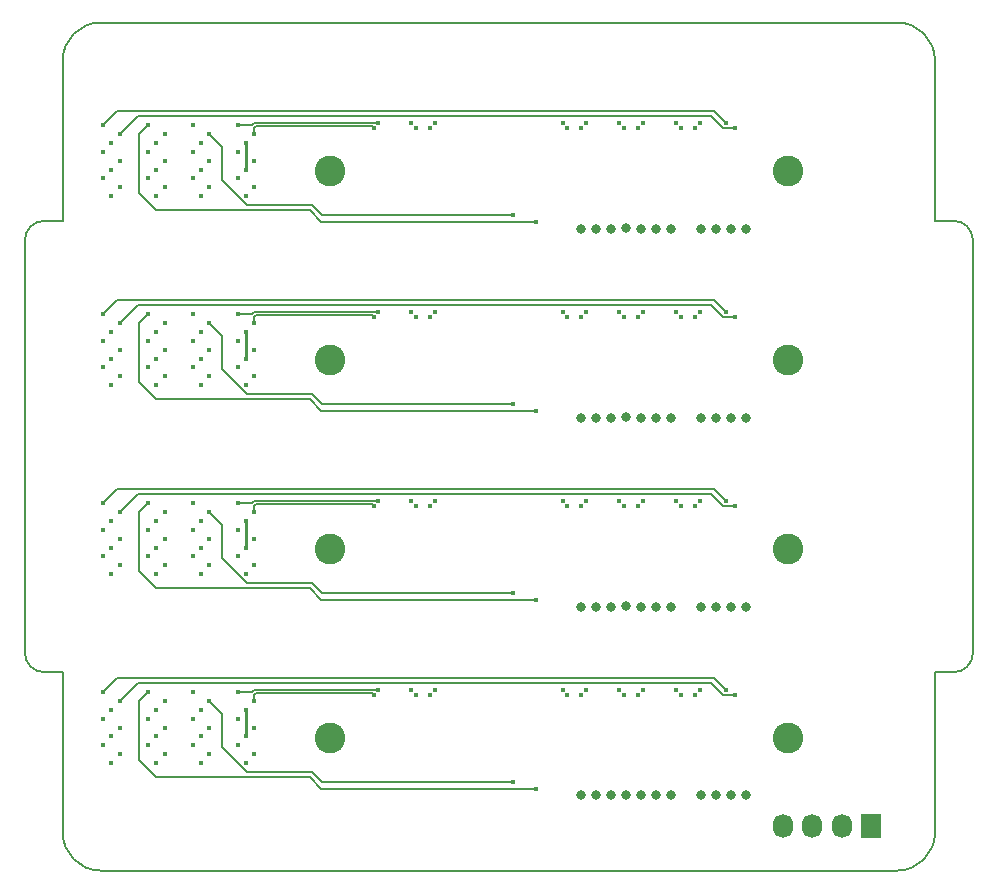
<source format=gbr>
%TF.GenerationSoftware,KiCad,Pcbnew,5.0.1-33cea8e~68~ubuntu18.10.1*%
%TF.CreationDate,2018-11-16T15:20:41-07:00*%
%TF.ProjectId,thelio-io-sas,7468656C696F2D696F2D7361732E6B69,rev?*%
%TF.SameCoordinates,Original*%
%TF.FileFunction,Copper,L4,Bot,Signal*%
%TF.FilePolarity,Positive*%
%FSLAX46Y46*%
G04 Gerber Fmt 4.6, Leading zero omitted, Abs format (unit mm)*
G04 Created by KiCad (PCBNEW 5.0.1-33cea8e~68~ubuntu18.10.1) date Fri Nov 16 15:20:41 2018*
%MOMM*%
%LPD*%
G01*
G04 APERTURE LIST*
%TA.AperFunction,NonConductor*%
%ADD10C,0.200000*%
%TD*%
%TA.AperFunction,NonConductor*%
%ADD11C,0.150000*%
%TD*%
%TA.AperFunction,WasherPad*%
%ADD12C,2.600000*%
%TD*%
%TA.AperFunction,ComponentPad*%
%ADD13C,0.370000*%
%TD*%
%TA.AperFunction,ComponentPad*%
%ADD14O,1.730000X2.030000*%
%TD*%
%TA.AperFunction,ComponentPad*%
%ADD15R,1.730000X2.030000*%
%TD*%
%TA.AperFunction,ViaPad*%
%ADD16C,0.800000*%
%TD*%
%TA.AperFunction,ViaPad*%
%ADD17C,0.400000*%
%TD*%
%TA.AperFunction,Conductor*%
%ADD18C,0.250000*%
%TD*%
%TA.AperFunction,Conductor*%
%ADD19C,0.127000*%
%TD*%
G04 APERTURE END LIST*
D10*
X77050000Y-18400000D02*
X77050000Y-53400000D01*
X75450000Y-16800000D02*
G75*
G02X77050000Y-18400000I0J-1600000D01*
G01*
X73850000Y-16800000D02*
X75450000Y-16800000D01*
X73850000Y-55000000D02*
X75450000Y-55000000D01*
X77050000Y-53400000D02*
G75*
G02X75450000Y-55000000I-1600000J0D01*
G01*
X70650000Y0D02*
G75*
G02X73850000Y-3200000I0J-3200000D01*
G01*
D11*
X73850000Y-68600000D02*
G75*
G02X70650000Y-71800000I-3200000J0D01*
G01*
D10*
X73850000Y-16800000D02*
X73850000Y-3200000D01*
X73850000Y-55000000D02*
X73850000Y-68600000D01*
X-3200000Y-18400000D02*
G75*
G02X-1600000Y-16800000I1600000J0D01*
G01*
X0Y-16800000D02*
X-1600000Y-16800000D01*
X0Y-55000000D02*
X-1600000Y-55000000D01*
X-1600000Y-55000000D02*
G75*
G02X-3200000Y-53400000I0J1600000D01*
G01*
X-3200000Y-53400000D02*
X-3200000Y-18400000D01*
X0Y-16800000D02*
X0Y-3200000D01*
X0Y-55000000D02*
X0Y-68600000D01*
X3200000Y0D02*
X70650000Y0D01*
X0Y-3200000D02*
G75*
G02X3200000Y0I3200000J0D01*
G01*
X70650000Y-71800000D02*
X3200000Y-71800000D01*
X3200000Y-71800000D02*
G75*
G02X0Y-68600000I0J3200000D01*
G01*
D12*
%TO.P,U2_3,*%
%TO.N,*%
X22635000Y-60560000D03*
X61365000Y-60560000D03*
%TD*%
D13*
%TO.P,SAS3,D7*%
%TO.N,/sas3/R2+*%
X3420000Y-61200000D03*
%TO.P,SAS3,D8*%
%TO.N,/sas3/R2-*%
X4820000Y-61950000D03*
%TO.P,SAS3,D5*%
%TO.N,/sas3/R0-*%
X4820000Y-59700000D03*
%TO.P,SAS3,D3*%
%TO.N,GND*%
X4120000Y-58200000D03*
%TO.P,SAS3,D9*%
X4120000Y-62700000D03*
%TO.P,SAS3,D4*%
%TO.N,/sas3/R0+*%
X3420000Y-58950000D03*
%TO.P,SAS3,D1*%
%TO.N,/sas3/SCLK*%
X3420000Y-56700000D03*
%TO.P,SAS3,D6*%
%TO.N,GND*%
X4120000Y-60450000D03*
%TO.P,SAS3,D2*%
%TO.N,/sas3/SDAT*%
X4820000Y-57450000D03*
%TO.P,SAS3,C7*%
%TO.N,/sas3/R3+*%
X7220000Y-61200000D03*
%TO.P,SAS3,C8*%
%TO.N,/sas3/R3-*%
X8620000Y-61950000D03*
%TO.P,SAS3,C5*%
%TO.N,/sas3/R1-*%
X8620000Y-59700000D03*
%TO.P,SAS3,C3*%
%TO.N,GND*%
X7920000Y-58200000D03*
%TO.P,SAS3,C9*%
X7920000Y-62700000D03*
%TO.P,SAS3,C4*%
%TO.N,/sas3/R1+*%
X7220000Y-58950000D03*
%TO.P,SAS3,C1*%
%TO.N,/sas3/WAKE*%
X7220000Y-56700000D03*
%TO.P,SAS3,C6*%
%TO.N,GND*%
X7920000Y-60450000D03*
%TO.P,SAS3,C2*%
%TO.N,Net-(SAS3-PadC2)*%
X8620000Y-57450000D03*
%TO.P,SAS3,B7*%
%TO.N,/sas3/T2+*%
X11020000Y-61200000D03*
%TO.P,SAS3,B8*%
%TO.N,/sas3/T2-*%
X12420000Y-61950000D03*
%TO.P,SAS3,B5*%
%TO.N,/sas3/T0-*%
X12420000Y-59700000D03*
%TO.P,SAS3,B3*%
%TO.N,GND*%
X11720000Y-58200000D03*
%TO.P,SAS3,B9*%
X11720000Y-62700000D03*
%TO.P,SAS3,B4*%
%TO.N,/sas3/T0+*%
X11020000Y-58950000D03*
%TO.P,SAS3,B1*%
%TO.N,Net-(SAS3-PadB1)*%
X11020000Y-56700000D03*
%TO.P,SAS3,B6*%
%TO.N,GND*%
X11720000Y-60450000D03*
%TO.P,SAS3,B2*%
%TO.N,/sas3/RST*%
X12420000Y-57450000D03*
%TO.P,SAS3,A8*%
%TO.N,/sas3/T3-*%
X16220000Y-61950000D03*
%TO.P,SAS3,A9*%
%TO.N,GND*%
X15520000Y-62700000D03*
%TO.P,SAS3,A6*%
X15520000Y-60450000D03*
%TO.P,SAS3,A7*%
%TO.N,/sas3/T3+*%
X14820000Y-61200000D03*
%TO.P,SAS3,A5*%
%TO.N,/sas3/T1-*%
X16220000Y-59700000D03*
%TO.P,SAS3,A1*%
%TO.N,/sas3/CLK-*%
X14820000Y-56700000D03*
%TO.P,SAS3,A2*%
%TO.N,/sas3/CLK+*%
X16220000Y-57450000D03*
%TO.P,SAS3,A3*%
%TO.N,GND*%
X15520000Y-58200000D03*
%TO.P,SAS3,A4*%
%TO.N,/sas3/T1+*%
X14820000Y-58950000D03*
%TD*%
D12*
%TO.P,U2_2,*%
%TO.N,*%
X22635000Y-44560000D03*
X61365000Y-44560000D03*
%TD*%
D13*
%TO.P,SAS2,D7*%
%TO.N,/sas2/R2+*%
X3420000Y-45200000D03*
%TO.P,SAS2,D8*%
%TO.N,/sas2/R2-*%
X4820000Y-45950000D03*
%TO.P,SAS2,D5*%
%TO.N,/sas2/R0-*%
X4820000Y-43700000D03*
%TO.P,SAS2,D3*%
%TO.N,GND*%
X4120000Y-42200000D03*
%TO.P,SAS2,D9*%
X4120000Y-46700000D03*
%TO.P,SAS2,D4*%
%TO.N,/sas2/R0+*%
X3420000Y-42950000D03*
%TO.P,SAS2,D1*%
%TO.N,/sas2/SCLK*%
X3420000Y-40700000D03*
%TO.P,SAS2,D6*%
%TO.N,GND*%
X4120000Y-44450000D03*
%TO.P,SAS2,D2*%
%TO.N,/sas2/SDAT*%
X4820000Y-41450000D03*
%TO.P,SAS2,C7*%
%TO.N,/sas2/R3+*%
X7220000Y-45200000D03*
%TO.P,SAS2,C8*%
%TO.N,/sas2/R3-*%
X8620000Y-45950000D03*
%TO.P,SAS2,C5*%
%TO.N,/sas2/R1-*%
X8620000Y-43700000D03*
%TO.P,SAS2,C3*%
%TO.N,GND*%
X7920000Y-42200000D03*
%TO.P,SAS2,C9*%
X7920000Y-46700000D03*
%TO.P,SAS2,C4*%
%TO.N,/sas2/R1+*%
X7220000Y-42950000D03*
%TO.P,SAS2,C1*%
%TO.N,/sas2/WAKE*%
X7220000Y-40700000D03*
%TO.P,SAS2,C6*%
%TO.N,GND*%
X7920000Y-44450000D03*
%TO.P,SAS2,C2*%
%TO.N,Net-(SAS2-PadC2)*%
X8620000Y-41450000D03*
%TO.P,SAS2,B7*%
%TO.N,/sas2/T2+*%
X11020000Y-45200000D03*
%TO.P,SAS2,B8*%
%TO.N,/sas2/T2-*%
X12420000Y-45950000D03*
%TO.P,SAS2,B5*%
%TO.N,/sas2/T0-*%
X12420000Y-43700000D03*
%TO.P,SAS2,B3*%
%TO.N,GND*%
X11720000Y-42200000D03*
%TO.P,SAS2,B9*%
X11720000Y-46700000D03*
%TO.P,SAS2,B4*%
%TO.N,/sas2/T0+*%
X11020000Y-42950000D03*
%TO.P,SAS2,B1*%
%TO.N,Net-(SAS2-PadB1)*%
X11020000Y-40700000D03*
%TO.P,SAS2,B6*%
%TO.N,GND*%
X11720000Y-44450000D03*
%TO.P,SAS2,B2*%
%TO.N,/sas2/RST*%
X12420000Y-41450000D03*
%TO.P,SAS2,A8*%
%TO.N,/sas2/T3-*%
X16220000Y-45950000D03*
%TO.P,SAS2,A9*%
%TO.N,GND*%
X15520000Y-46700000D03*
%TO.P,SAS2,A6*%
X15520000Y-44450000D03*
%TO.P,SAS2,A7*%
%TO.N,/sas2/T3+*%
X14820000Y-45200000D03*
%TO.P,SAS2,A5*%
%TO.N,/sas2/T1-*%
X16220000Y-43700000D03*
%TO.P,SAS2,A1*%
%TO.N,/sas2/CLK-*%
X14820000Y-40700000D03*
%TO.P,SAS2,A2*%
%TO.N,/sas2/CLK+*%
X16220000Y-41450000D03*
%TO.P,SAS2,A3*%
%TO.N,GND*%
X15520000Y-42200000D03*
%TO.P,SAS2,A4*%
%TO.N,/sas2/T1+*%
X14820000Y-42950000D03*
%TD*%
D12*
%TO.P,U2_1,*%
%TO.N,*%
X22635000Y-28560000D03*
X61365000Y-28560000D03*
%TD*%
D13*
%TO.P,SAS1,D7*%
%TO.N,/sas1/R2+*%
X3420000Y-29200000D03*
%TO.P,SAS1,D8*%
%TO.N,/sas1/R2-*%
X4820000Y-29950000D03*
%TO.P,SAS1,D5*%
%TO.N,/sas1/R0-*%
X4820000Y-27700000D03*
%TO.P,SAS1,D3*%
%TO.N,GND*%
X4120000Y-26200000D03*
%TO.P,SAS1,D9*%
X4120000Y-30700000D03*
%TO.P,SAS1,D4*%
%TO.N,/sas1/R0+*%
X3420000Y-26950000D03*
%TO.P,SAS1,D1*%
%TO.N,/sas1/SCLK*%
X3420000Y-24700000D03*
%TO.P,SAS1,D6*%
%TO.N,GND*%
X4120000Y-28450000D03*
%TO.P,SAS1,D2*%
%TO.N,/sas1/SDAT*%
X4820000Y-25450000D03*
%TO.P,SAS1,C7*%
%TO.N,/sas1/R3+*%
X7220000Y-29200000D03*
%TO.P,SAS1,C8*%
%TO.N,/sas1/R3-*%
X8620000Y-29950000D03*
%TO.P,SAS1,C5*%
%TO.N,/sas1/R1-*%
X8620000Y-27700000D03*
%TO.P,SAS1,C3*%
%TO.N,GND*%
X7920000Y-26200000D03*
%TO.P,SAS1,C9*%
X7920000Y-30700000D03*
%TO.P,SAS1,C4*%
%TO.N,/sas1/R1+*%
X7220000Y-26950000D03*
%TO.P,SAS1,C1*%
%TO.N,/sas1/WAKE*%
X7220000Y-24700000D03*
%TO.P,SAS1,C6*%
%TO.N,GND*%
X7920000Y-28450000D03*
%TO.P,SAS1,C2*%
%TO.N,Net-(SAS1-PadC2)*%
X8620000Y-25450000D03*
%TO.P,SAS1,B7*%
%TO.N,/sas1/T2+*%
X11020000Y-29200000D03*
%TO.P,SAS1,B8*%
%TO.N,/sas1/T2-*%
X12420000Y-29950000D03*
%TO.P,SAS1,B5*%
%TO.N,/sas1/T0-*%
X12420000Y-27700000D03*
%TO.P,SAS1,B3*%
%TO.N,GND*%
X11720000Y-26200000D03*
%TO.P,SAS1,B9*%
X11720000Y-30700000D03*
%TO.P,SAS1,B4*%
%TO.N,/sas1/T0+*%
X11020000Y-26950000D03*
%TO.P,SAS1,B1*%
%TO.N,Net-(SAS1-PadB1)*%
X11020000Y-24700000D03*
%TO.P,SAS1,B6*%
%TO.N,GND*%
X11720000Y-28450000D03*
%TO.P,SAS1,B2*%
%TO.N,/sas1/RST*%
X12420000Y-25450000D03*
%TO.P,SAS1,A8*%
%TO.N,/sas1/T3-*%
X16220000Y-29950000D03*
%TO.P,SAS1,A9*%
%TO.N,GND*%
X15520000Y-30700000D03*
%TO.P,SAS1,A6*%
X15520000Y-28450000D03*
%TO.P,SAS1,A7*%
%TO.N,/sas1/T3+*%
X14820000Y-29200000D03*
%TO.P,SAS1,A5*%
%TO.N,/sas1/T1-*%
X16220000Y-27700000D03*
%TO.P,SAS1,A1*%
%TO.N,/sas1/CLK-*%
X14820000Y-24700000D03*
%TO.P,SAS1,A2*%
%TO.N,/sas1/CLK+*%
X16220000Y-25450000D03*
%TO.P,SAS1,A3*%
%TO.N,GND*%
X15520000Y-26200000D03*
%TO.P,SAS1,A4*%
%TO.N,/sas1/T1+*%
X14820000Y-26950000D03*
%TD*%
%TO.P,SAS0,A4*%
%TO.N,/sas0/T1+*%
X14820000Y-10950000D03*
%TO.P,SAS0,A3*%
%TO.N,GND*%
X15520000Y-10200000D03*
%TO.P,SAS0,A2*%
%TO.N,/sas0/CLK+*%
X16220000Y-9450000D03*
%TO.P,SAS0,A1*%
%TO.N,/sas0/CLK-*%
X14820000Y-8700000D03*
%TO.P,SAS0,A5*%
%TO.N,/sas0/T1-*%
X16220000Y-11700000D03*
%TO.P,SAS0,A7*%
%TO.N,/sas0/T3+*%
X14820000Y-13200000D03*
%TO.P,SAS0,A6*%
%TO.N,GND*%
X15520000Y-12450000D03*
%TO.P,SAS0,A9*%
X15520000Y-14700000D03*
%TO.P,SAS0,A8*%
%TO.N,/sas0/T3-*%
X16220000Y-13950000D03*
%TO.P,SAS0,B2*%
%TO.N,/sas0/RST*%
X12420000Y-9450000D03*
%TO.P,SAS0,B6*%
%TO.N,GND*%
X11720000Y-12450000D03*
%TO.P,SAS0,B1*%
%TO.N,Net-(SAS0-PadB1)*%
X11020000Y-8700000D03*
%TO.P,SAS0,B4*%
%TO.N,/sas0/T0+*%
X11020000Y-10950000D03*
%TO.P,SAS0,B9*%
%TO.N,GND*%
X11720000Y-14700000D03*
%TO.P,SAS0,B3*%
X11720000Y-10200000D03*
%TO.P,SAS0,B5*%
%TO.N,/sas0/T0-*%
X12420000Y-11700000D03*
%TO.P,SAS0,B8*%
%TO.N,/sas0/T2-*%
X12420000Y-13950000D03*
%TO.P,SAS0,B7*%
%TO.N,/sas0/T2+*%
X11020000Y-13200000D03*
%TO.P,SAS0,C2*%
%TO.N,Net-(SAS0-PadC2)*%
X8620000Y-9450000D03*
%TO.P,SAS0,C6*%
%TO.N,GND*%
X7920000Y-12450000D03*
%TO.P,SAS0,C1*%
%TO.N,/sas0/WAKE*%
X7220000Y-8700000D03*
%TO.P,SAS0,C4*%
%TO.N,/sas0/R1+*%
X7220000Y-10950000D03*
%TO.P,SAS0,C9*%
%TO.N,GND*%
X7920000Y-14700000D03*
%TO.P,SAS0,C3*%
X7920000Y-10200000D03*
%TO.P,SAS0,C5*%
%TO.N,/sas0/R1-*%
X8620000Y-11700000D03*
%TO.P,SAS0,C8*%
%TO.N,/sas0/R3-*%
X8620000Y-13950000D03*
%TO.P,SAS0,C7*%
%TO.N,/sas0/R3+*%
X7220000Y-13200000D03*
%TO.P,SAS0,D2*%
%TO.N,/sas0/SDAT*%
X4820000Y-9450000D03*
%TO.P,SAS0,D6*%
%TO.N,GND*%
X4120000Y-12450000D03*
%TO.P,SAS0,D1*%
%TO.N,/sas0/SCLK*%
X3420000Y-8700000D03*
%TO.P,SAS0,D4*%
%TO.N,/sas0/R0+*%
X3420000Y-10950000D03*
%TO.P,SAS0,D9*%
%TO.N,GND*%
X4120000Y-14700000D03*
%TO.P,SAS0,D3*%
X4120000Y-10200000D03*
%TO.P,SAS0,D5*%
%TO.N,/sas0/R0-*%
X4820000Y-11700000D03*
%TO.P,SAS0,D8*%
%TO.N,/sas0/R2-*%
X4820000Y-13950000D03*
%TO.P,SAS0,D7*%
%TO.N,/sas0/R2+*%
X3420000Y-13200000D03*
%TD*%
D12*
%TO.P,U2_0,*%
%TO.N,*%
X61365000Y-12560000D03*
X22635000Y-12560000D03*
%TD*%
D14*
%TO.P,POWER0,4*%
%TO.N,+5V*%
X60960000Y-67990000D03*
%TO.P,POWER0,3*%
%TO.N,GND*%
X63460000Y-67990000D03*
%TO.P,POWER0,2*%
X65960000Y-67990000D03*
D15*
%TO.P,POWER0,1*%
%TO.N,+12V*%
X68460000Y-67990000D03*
%TD*%
D16*
%TO.N,GND*%
X43905000Y-33445000D03*
X54040000Y-33445000D03*
X51525000Y-33445000D03*
X46420000Y-33445000D03*
X45175000Y-33445000D03*
X43905000Y-49445000D03*
X54040000Y-49445000D03*
X51525000Y-49445000D03*
X46420000Y-49445000D03*
X45175000Y-49445000D03*
X43905000Y-65445000D03*
X54040000Y-65445000D03*
X51525000Y-65445000D03*
X46420000Y-65445000D03*
X45175000Y-65445000D03*
X54040000Y-17445000D03*
X51525000Y-17445000D03*
X43905000Y-17445000D03*
X46420000Y-17445000D03*
X45175000Y-17445000D03*
%TO.N,+12V*%
X57875000Y-33445000D03*
X56580000Y-33445000D03*
X55310000Y-33445000D03*
X57875000Y-49445000D03*
X56580000Y-49445000D03*
X55310000Y-49445000D03*
X57875000Y-65445000D03*
X56580000Y-65445000D03*
X55310000Y-65445000D03*
X55310000Y-17445000D03*
X57875000Y-17445000D03*
X56580000Y-17445000D03*
%TO.N,+5V*%
X47715000Y-33420000D03*
X50255000Y-33445000D03*
X48985000Y-33445000D03*
X47715000Y-49420000D03*
X50255000Y-49445000D03*
X48985000Y-49445000D03*
X47715000Y-65420000D03*
X50255000Y-65445000D03*
X48985000Y-65445000D03*
X47715000Y-17420000D03*
X50255000Y-17445000D03*
X48985000Y-17445000D03*
D17*
%TO.N,/sas0/RST*%
X38120000Y-16300000D03*
%TO.N,/sas0/WAKE*%
X40095000Y-16870000D03*
%TO.N,/sas0/SDAT*%
X56920000Y-8900000D03*
%TO.N,/sas0/SCLK*%
X56120000Y-8500000D03*
%TO.N,/sas0/R3+*%
X53924284Y-8495716D03*
%TO.N,/sas0/R3-*%
X53515716Y-8904284D03*
%TO.N,/sas0/T3-*%
X52324284Y-8904284D03*
%TO.N,/sas0/T3+*%
X51915716Y-8495716D03*
%TO.N,/sas0/R2+*%
X49124284Y-8495716D03*
%TO.N,/sas0/R2-*%
X48715716Y-8904284D03*
%TO.N,/sas0/T2-*%
X47524284Y-8904284D03*
%TO.N,/sas0/T2+*%
X47115716Y-8495716D03*
%TO.N,/sas0/R1+*%
X44324284Y-8495716D03*
%TO.N,/sas0/R1-*%
X43915716Y-8904284D03*
%TO.N,/sas0/T1-*%
X42724284Y-8904284D03*
%TO.N,/sas0/T1+*%
X42315716Y-8495716D03*
%TO.N,/sas0/R0+*%
X31524284Y-8495716D03*
%TO.N,/sas0/R0-*%
X31115716Y-8904284D03*
%TO.N,/sas0/T0-*%
X29924284Y-8904284D03*
%TO.N,/sas0/T0+*%
X29515716Y-8495716D03*
%TO.N,/sas0/CLK-*%
X26724284Y-8495716D03*
%TO.N,/sas0/CLK+*%
X26315716Y-8904284D03*
%TO.N,/sas1/RST*%
X38120000Y-32300000D03*
%TO.N,/sas1/WAKE*%
X40095000Y-32870000D03*
%TO.N,/sas1/SDAT*%
X56920000Y-24900000D03*
%TO.N,/sas1/SCLK*%
X56120000Y-24500000D03*
%TO.N,/sas1/R3+*%
X53924284Y-24495716D03*
%TO.N,/sas1/R3-*%
X53515716Y-24904284D03*
%TO.N,/sas1/T3-*%
X52324284Y-24904284D03*
%TO.N,/sas1/T3+*%
X51915716Y-24495716D03*
%TO.N,/sas1/R2+*%
X49124284Y-24495716D03*
%TO.N,/sas1/R2-*%
X48715716Y-24904284D03*
%TO.N,/sas1/T2-*%
X47524284Y-24904284D03*
%TO.N,/sas1/T2+*%
X47115716Y-24495716D03*
%TO.N,/sas1/R1+*%
X44324284Y-24495716D03*
%TO.N,/sas1/R1-*%
X43915716Y-24904284D03*
%TO.N,/sas1/T1-*%
X42724284Y-24904284D03*
%TO.N,/sas1/T1+*%
X42315716Y-24495716D03*
%TO.N,/sas1/R0+*%
X31524284Y-24495716D03*
%TO.N,/sas1/R0-*%
X31115716Y-24904284D03*
%TO.N,/sas1/T0-*%
X29924284Y-24904284D03*
%TO.N,/sas1/T0+*%
X29515716Y-24495716D03*
%TO.N,/sas1/CLK-*%
X26724284Y-24495716D03*
%TO.N,/sas1/CLK+*%
X26315716Y-24904284D03*
%TO.N,/sas2/RST*%
X38120000Y-48300000D03*
%TO.N,/sas2/WAKE*%
X40095000Y-48870000D03*
%TO.N,/sas2/SDAT*%
X56920000Y-40900000D03*
%TO.N,/sas2/SCLK*%
X56120000Y-40500000D03*
%TO.N,/sas2/R3+*%
X53924284Y-40495716D03*
%TO.N,/sas2/R3-*%
X53515716Y-40904284D03*
%TO.N,/sas2/T3-*%
X52324284Y-40904284D03*
%TO.N,/sas2/T3+*%
X51915716Y-40495716D03*
%TO.N,/sas2/R2+*%
X49124284Y-40495716D03*
%TO.N,/sas2/R2-*%
X48715716Y-40904284D03*
%TO.N,/sas2/T2-*%
X47524284Y-40904284D03*
%TO.N,/sas2/T2+*%
X47115716Y-40495716D03*
%TO.N,/sas2/R1+*%
X44324284Y-40495716D03*
%TO.N,/sas2/R1-*%
X43915716Y-40904284D03*
%TO.N,/sas2/T1-*%
X42724284Y-40904284D03*
%TO.N,/sas2/T1+*%
X42315716Y-40495716D03*
%TO.N,/sas2/R0+*%
X31524284Y-40495716D03*
%TO.N,/sas2/R0-*%
X31115716Y-40904284D03*
%TO.N,/sas2/T0-*%
X29924284Y-40904284D03*
%TO.N,/sas2/T0+*%
X29515716Y-40495716D03*
%TO.N,/sas2/CLK-*%
X26724284Y-40495716D03*
%TO.N,/sas2/CLK+*%
X26315716Y-40904284D03*
%TO.N,/sas3/RST*%
X38120000Y-64300000D03*
%TO.N,/sas3/WAKE*%
X40095000Y-64870000D03*
%TO.N,/sas3/SDAT*%
X56920000Y-56900000D03*
%TO.N,/sas3/SCLK*%
X56120000Y-56500000D03*
%TO.N,/sas3/R3+*%
X53924284Y-56495716D03*
%TO.N,/sas3/R3-*%
X53515716Y-56904284D03*
%TO.N,/sas3/T3-*%
X52324284Y-56904284D03*
%TO.N,/sas3/T3+*%
X51915716Y-56495716D03*
%TO.N,/sas3/R2+*%
X49124284Y-56495716D03*
%TO.N,/sas3/R2-*%
X48715716Y-56904284D03*
%TO.N,/sas3/T2-*%
X47524284Y-56904284D03*
%TO.N,/sas3/T2+*%
X47115716Y-56495716D03*
%TO.N,/sas3/R1+*%
X44324284Y-56495716D03*
%TO.N,/sas3/R1-*%
X43915716Y-56904284D03*
%TO.N,/sas3/T1-*%
X42724284Y-56904284D03*
%TO.N,/sas3/T1+*%
X42315716Y-56495716D03*
%TO.N,/sas3/R0+*%
X31524284Y-56495716D03*
%TO.N,/sas3/R0-*%
X31115716Y-56904284D03*
%TO.N,/sas3/T0-*%
X29924284Y-56904284D03*
%TO.N,/sas3/T0+*%
X29515716Y-56495716D03*
%TO.N,/sas3/CLK-*%
X26724284Y-56495716D03*
%TO.N,/sas3/CLK+*%
X26315716Y-56904284D03*
%TD*%
D18*
%TO.N,GND*%
X54065000Y-33420000D02*
X54040000Y-33445000D01*
X46445000Y-33420000D02*
X46420000Y-33445000D01*
X15520000Y-26200000D02*
X15520000Y-28450000D01*
X54065000Y-49420000D02*
X54040000Y-49445000D01*
X46445000Y-49420000D02*
X46420000Y-49445000D01*
X15520000Y-42200000D02*
X15520000Y-44450000D01*
X54065000Y-65420000D02*
X54040000Y-65445000D01*
X46445000Y-65420000D02*
X46420000Y-65445000D01*
X15520000Y-58200000D02*
X15520000Y-60450000D01*
X54065000Y-17420000D02*
X54040000Y-17445000D01*
X46445000Y-17420000D02*
X46420000Y-17445000D01*
X15520000Y-10200000D02*
X15520000Y-12450000D01*
%TO.N,+12V*%
X56605000Y-33420000D02*
X56580000Y-33445000D01*
X55335000Y-33420000D02*
X55310000Y-33445000D01*
X56605000Y-49420000D02*
X56580000Y-49445000D01*
X55335000Y-49420000D02*
X55310000Y-49445000D01*
X56605000Y-65420000D02*
X56580000Y-65445000D01*
X55335000Y-65420000D02*
X55310000Y-65445000D01*
X56605000Y-17420000D02*
X56580000Y-17445000D01*
X55335000Y-17420000D02*
X55310000Y-17445000D01*
D19*
%TO.N,/sas0/RST*%
X38120000Y-16300000D02*
X21925000Y-16300000D01*
X21925000Y-16300000D02*
X21095000Y-15470000D01*
X15626218Y-15470000D02*
X13495000Y-13338782D01*
X21095000Y-15470000D02*
X15626218Y-15470000D01*
X13495000Y-10525000D02*
X12420000Y-9450000D01*
X13495000Y-13338782D02*
X13495000Y-10525000D01*
%TO.N,/sas0/WAKE*%
X40095000Y-16870000D02*
X21895000Y-16870000D01*
X21895000Y-16870000D02*
X20895000Y-15870000D01*
X20895000Y-15870000D02*
X7895000Y-15870000D01*
X7895000Y-15870000D02*
X6495000Y-14470000D01*
X6495000Y-9425000D02*
X7220000Y-8700000D01*
X6495000Y-14470000D02*
X6495000Y-9425000D01*
%TO.N,/sas0/SDAT*%
X56920000Y-8900000D02*
X55920000Y-8900000D01*
X55920000Y-8900000D02*
X54920000Y-7900000D01*
X6370000Y-7900000D02*
X4820000Y-9450000D01*
X54920000Y-7900000D02*
X6370000Y-7900000D01*
%TO.N,/sas0/SCLK*%
X56120000Y-8500000D02*
X55120000Y-7500000D01*
X4620000Y-7500000D02*
X3420000Y-8700000D01*
X55120000Y-7500000D02*
X4620000Y-7500000D01*
%TO.N,/sas0/CLK-*%
X16004473Y-8700000D02*
X14820000Y-8700000D01*
X16208757Y-8495716D02*
X16004473Y-8700000D01*
X26724284Y-8495716D02*
X16208757Y-8495716D01*
%TO.N,/sas0/CLK+*%
X16220000Y-8915527D02*
X16220000Y-9450000D01*
X16335011Y-8800516D02*
X16220000Y-8915527D01*
X26315716Y-8904284D02*
X26211948Y-8800516D01*
X26211948Y-8800516D02*
X16335011Y-8800516D01*
%TO.N,/sas1/RST*%
X21095000Y-31470000D02*
X15626218Y-31470000D01*
X15626218Y-31470000D02*
X13495000Y-29338782D01*
X13495000Y-29338782D02*
X13495000Y-26525000D01*
X38120000Y-32300000D02*
X21925000Y-32300000D01*
X21925000Y-32300000D02*
X21095000Y-31470000D01*
X13495000Y-26525000D02*
X12420000Y-25450000D01*
%TO.N,/sas1/WAKE*%
X40095000Y-32870000D02*
X21895000Y-32870000D01*
X6495000Y-25425000D02*
X7220000Y-24700000D01*
X7895000Y-31870000D02*
X6495000Y-30470000D01*
X21895000Y-32870000D02*
X20895000Y-31870000D01*
X6495000Y-30470000D02*
X6495000Y-25425000D01*
X20895000Y-31870000D02*
X7895000Y-31870000D01*
%TO.N,/sas1/SDAT*%
X54920000Y-23900000D02*
X6370000Y-23900000D01*
X6370000Y-23900000D02*
X4820000Y-25450000D01*
X56920000Y-24900000D02*
X55920000Y-24900000D01*
X55920000Y-24900000D02*
X54920000Y-23900000D01*
%TO.N,/sas1/SCLK*%
X4620000Y-23500000D02*
X3420000Y-24700000D01*
X56120000Y-24500000D02*
X55120000Y-23500000D01*
X55120000Y-23500000D02*
X4620000Y-23500000D01*
%TO.N,/sas1/CLK-*%
X16004473Y-24700000D02*
X14820000Y-24700000D01*
X26724284Y-24495716D02*
X16208757Y-24495716D01*
X16208757Y-24495716D02*
X16004473Y-24700000D01*
%TO.N,/sas1/CLK+*%
X26315716Y-24904284D02*
X26211948Y-24800516D01*
X16220000Y-24915527D02*
X16220000Y-25450000D01*
X16335011Y-24800516D02*
X16220000Y-24915527D01*
X26211948Y-24800516D02*
X16335011Y-24800516D01*
%TO.N,/sas2/RST*%
X21095000Y-47470000D02*
X15626218Y-47470000D01*
X15626218Y-47470000D02*
X13495000Y-45338782D01*
X13495000Y-45338782D02*
X13495000Y-42525000D01*
X38120000Y-48300000D02*
X21925000Y-48300000D01*
X21925000Y-48300000D02*
X21095000Y-47470000D01*
X13495000Y-42525000D02*
X12420000Y-41450000D01*
%TO.N,/sas2/WAKE*%
X40095000Y-48870000D02*
X21895000Y-48870000D01*
X6495000Y-41425000D02*
X7220000Y-40700000D01*
X7895000Y-47870000D02*
X6495000Y-46470000D01*
X21895000Y-48870000D02*
X20895000Y-47870000D01*
X6495000Y-46470000D02*
X6495000Y-41425000D01*
X20895000Y-47870000D02*
X7895000Y-47870000D01*
%TO.N,/sas2/SDAT*%
X54920000Y-39900000D02*
X6370000Y-39900000D01*
X6370000Y-39900000D02*
X4820000Y-41450000D01*
X56920000Y-40900000D02*
X55920000Y-40900000D01*
X55920000Y-40900000D02*
X54920000Y-39900000D01*
%TO.N,/sas2/SCLK*%
X4620000Y-39500000D02*
X3420000Y-40700000D01*
X56120000Y-40500000D02*
X55120000Y-39500000D01*
X55120000Y-39500000D02*
X4620000Y-39500000D01*
%TO.N,/sas2/CLK-*%
X16004473Y-40700000D02*
X14820000Y-40700000D01*
X26724284Y-40495716D02*
X16208757Y-40495716D01*
X16208757Y-40495716D02*
X16004473Y-40700000D01*
%TO.N,/sas2/CLK+*%
X26315716Y-40904284D02*
X26211948Y-40800516D01*
X16220000Y-40915527D02*
X16220000Y-41450000D01*
X16335011Y-40800516D02*
X16220000Y-40915527D01*
X26211948Y-40800516D02*
X16335011Y-40800516D01*
%TO.N,/sas3/RST*%
X21095000Y-63470000D02*
X15626218Y-63470000D01*
X15626218Y-63470000D02*
X13495000Y-61338782D01*
X13495000Y-61338782D02*
X13495000Y-58525000D01*
X38120000Y-64300000D02*
X21925000Y-64300000D01*
X21925000Y-64300000D02*
X21095000Y-63470000D01*
X13495000Y-58525000D02*
X12420000Y-57450000D01*
%TO.N,/sas3/WAKE*%
X40095000Y-64870000D02*
X21895000Y-64870000D01*
X6495000Y-57425000D02*
X7220000Y-56700000D01*
X7895000Y-63870000D02*
X6495000Y-62470000D01*
X21895000Y-64870000D02*
X20895000Y-63870000D01*
X6495000Y-62470000D02*
X6495000Y-57425000D01*
X20895000Y-63870000D02*
X7895000Y-63870000D01*
%TO.N,/sas3/SDAT*%
X54920000Y-55900000D02*
X6370000Y-55900000D01*
X6370000Y-55900000D02*
X4820000Y-57450000D01*
X56920000Y-56900000D02*
X55920000Y-56900000D01*
X55920000Y-56900000D02*
X54920000Y-55900000D01*
%TO.N,/sas3/SCLK*%
X4620000Y-55500000D02*
X3420000Y-56700000D01*
X56120000Y-56500000D02*
X55120000Y-55500000D01*
X55120000Y-55500000D02*
X4620000Y-55500000D01*
%TO.N,/sas3/CLK-*%
X16004473Y-56700000D02*
X14820000Y-56700000D01*
X26724284Y-56495716D02*
X16208757Y-56495716D01*
X16208757Y-56495716D02*
X16004473Y-56700000D01*
%TO.N,/sas3/CLK+*%
X26315716Y-56904284D02*
X26211948Y-56800516D01*
X16220000Y-56915527D02*
X16220000Y-57450000D01*
X16335011Y-56800516D02*
X16220000Y-56915527D01*
X26211948Y-56800516D02*
X16335011Y-56800516D01*
%TD*%
M02*

</source>
